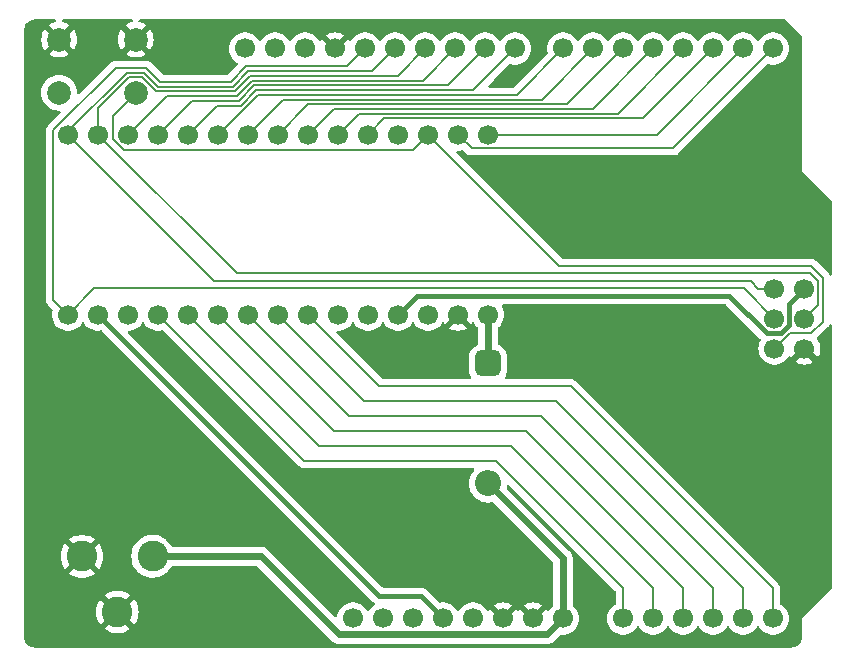
<source format=gbr>
%TF.GenerationSoftware,KiCad,Pcbnew,7.0.1*%
%TF.CreationDate,2023-12-31T00:59:43-05:00*%
%TF.ProjectId,Nano2UNO-Adapter-5V,4e616e6f-3255-44e4-9f2d-416461707465,0.0.1*%
%TF.SameCoordinates,PX6486dd0PY8062360*%
%TF.FileFunction,Copper,L2,Bot*%
%TF.FilePolarity,Positive*%
%FSLAX46Y46*%
G04 Gerber Fmt 4.6, Leading zero omitted, Abs format (unit mm)*
G04 Created by KiCad (PCBNEW 7.0.1) date 2023-12-31 00:59:43*
%MOMM*%
%LPD*%
G01*
G04 APERTURE LIST*
G04 Aperture macros list*
%AMRoundRect*
0 Rectangle with rounded corners*
0 $1 Rounding radius*
0 $2 $3 $4 $5 $6 $7 $8 $9 X,Y pos of 4 corners*
0 Add a 4 corners polygon primitive as box body*
4,1,4,$2,$3,$4,$5,$6,$7,$8,$9,$2,$3,0*
0 Add four circle primitives for the rounded corners*
1,1,$1+$1,$2,$3*
1,1,$1+$1,$4,$5*
1,1,$1+$1,$6,$7*
1,1,$1+$1,$8,$9*
0 Add four rect primitives between the rounded corners*
20,1,$1+$1,$2,$3,$4,$5,0*
20,1,$1+$1,$4,$5,$6,$7,0*
20,1,$1+$1,$6,$7,$8,$9,0*
20,1,$1+$1,$8,$9,$2,$3,0*%
G04 Aperture macros list end*
%TA.AperFunction,ComponentPad*%
%ADD10C,1.700000*%
%TD*%
%TA.AperFunction,ComponentPad*%
%ADD11RoundRect,0.550000X-0.550000X0.550000X-0.550000X-0.550000X0.550000X-0.550000X0.550000X0.550000X0*%
%TD*%
%TA.AperFunction,ComponentPad*%
%ADD12O,2.200000X2.200000*%
%TD*%
%TA.AperFunction,ComponentPad*%
%ADD13C,2.600000*%
%TD*%
%TA.AperFunction,ComponentPad*%
%ADD14C,2.000000*%
%TD*%
%TA.AperFunction,Conductor*%
%ADD15C,0.200000*%
%TD*%
%TA.AperFunction,Conductor*%
%ADD16C,0.400000*%
%TD*%
%TA.AperFunction,Conductor*%
%ADD17C,0.600000*%
%TD*%
G04 APERTURE END LIST*
D10*
%TO.P,J6,1,D13*%
%TO.N,/D13{slash}SCK*%
X3810000Y28260000D03*
%TO.P,J6,2,3.3V*%
%TO.N,+3V3*%
X6350000Y28260000D03*
%TO.P,J6,3,AREF*%
%TO.N,/AREF*%
X8890000Y28260000D03*
%TO.P,J6,4,A0*%
%TO.N,/A0*%
X11430000Y28260000D03*
%TO.P,J6,5,A1*%
%TO.N,/A1*%
X13970000Y28260000D03*
%TO.P,J6,6,A2*%
%TO.N,/A2*%
X16510000Y28260000D03*
%TO.P,J6,7,A3*%
%TO.N,/A3*%
X19050000Y28260000D03*
%TO.P,J6,8,A4*%
%TO.N,/A4{slash}SDA*%
X21590000Y28260000D03*
%TO.P,J6,9,A5*%
%TO.N,/A5{slash}SCL*%
X24130000Y28260000D03*
%TO.P,J6,10,A6*%
%TO.N,unconnected-(J6-A6-Pad10)*%
X26670000Y28260000D03*
%TO.P,J6,11,A7*%
%TO.N,unconnected-(J6-A7-Pad11)*%
X29210000Y28260000D03*
%TO.P,J6,12,5V*%
%TO.N,+5V*%
X31750000Y28260000D03*
%TO.P,J6,13,RESET*%
%TO.N,unconnected-(J6-RESET-Pad13)*%
X34290000Y28260000D03*
%TO.P,J6,14,GND*%
%TO.N,GND*%
X36830000Y28260000D03*
%TO.P,J6,15,VIN*%
%TO.N,Net-(D1-K)*%
X39370000Y28260000D03*
%TD*%
%TO.P,J5,1,TX1*%
%TO.N,/D1{slash}TX*%
X39370000Y43500000D03*
%TO.P,J5,2,RX0*%
%TO.N,/D0{slash}RX*%
X36830000Y43500000D03*
%TO.P,J5,3,RESET*%
%TO.N,/~{RESET}*%
X34290000Y43500000D03*
%TO.P,J5,4,GND*%
%TO.N,GND*%
X31750000Y43500000D03*
%TO.P,J5,5,D2*%
%TO.N,/D2*%
X29210000Y43500000D03*
%TO.P,J5,6,D3*%
%TO.N,/D3*%
X26670000Y43500000D03*
%TO.P,J5,7,D4*%
%TO.N,/D4*%
X24130000Y43500000D03*
%TO.P,J5,8,D5*%
%TO.N,/D5*%
X21590000Y43500000D03*
%TO.P,J5,9,D6*%
%TO.N,/D6*%
X19050000Y43500000D03*
%TO.P,J5,10,D7*%
%TO.N,/D7*%
X16510000Y43500000D03*
%TO.P,J5,11,D8*%
%TO.N,/D8*%
X13970000Y43500000D03*
%TO.P,J5,12,D9*%
%TO.N,/D9*%
X11430000Y43500000D03*
%TO.P,J5,13,D10*%
%TO.N,/D10*%
X8890000Y43500000D03*
%TO.P,J5,14,D11*%
%TO.N,/D11{slash}COPI*%
X6350000Y43500000D03*
%TO.P,J5,15,D12*%
%TO.N,/D12{slash}CIPO*%
X3810000Y43500000D03*
%TD*%
%TO.P,J3,1,BOOT*%
%TO.N,unconnected-(J3-BOOT-Pad1)*%
X27940000Y2540000D03*
%TO.P,J3,2,IOREF*%
%TO.N,+5V*%
X30480000Y2540000D03*
%TO.P,J3,3,RESET*%
%TO.N,/~{RESET}*%
X33020000Y2540000D03*
%TO.P,J3,4,3.3V*%
%TO.N,+3V3*%
X35560000Y2540000D03*
%TO.P,J3,5,5V*%
%TO.N,+5V*%
X38100000Y2540000D03*
%TO.P,J3,6,GND*%
%TO.N,GND*%
X40640000Y2540000D03*
%TO.P,J3,7,GND*%
X43180000Y2540000D03*
%TO.P,J3,8,VIN*%
%TO.N,/VIN*%
X45720000Y2540000D03*
%TD*%
%TO.P,J4,1,A0*%
%TO.N,/A0*%
X50800000Y2540000D03*
%TO.P,J4,2,A1*%
%TO.N,/A1*%
X53340000Y2540000D03*
%TO.P,J4,3,A2*%
%TO.N,/A2*%
X55880000Y2540000D03*
%TO.P,J4,4,A3*%
%TO.N,/A3*%
X58420000Y2540000D03*
%TO.P,J4,5,A4*%
%TO.N,/A4{slash}SDA*%
X60960000Y2540000D03*
%TO.P,J4,6,A5*%
%TO.N,/A5{slash}SCL*%
X63500000Y2540000D03*
%TD*%
%TO.P,J2,1,8*%
%TO.N,/D8*%
X41656000Y50800000D03*
%TO.P,J2,2,9*%
%TO.N,/D9*%
X39116000Y50800000D03*
%TO.P,J2,3,10*%
%TO.N,/D10*%
X36576000Y50800000D03*
%TO.P,J2,4,11*%
%TO.N,/D11{slash}COPI*%
X34036000Y50800000D03*
%TO.P,J2,5,12*%
%TO.N,/D12{slash}CIPO*%
X31496000Y50800000D03*
%TO.P,J2,6,13*%
%TO.N,/D13{slash}SCK*%
X28956000Y50800000D03*
%TO.P,J2,7,GND*%
%TO.N,GND*%
X26416000Y50800000D03*
%TO.P,J2,8,AREF*%
%TO.N,/AREF*%
X23876000Y50800000D03*
%TO.P,J2,9,SDA*%
%TO.N,/A4{slash}SDA*%
X21336000Y50800000D03*
%TO.P,J2,10,SCL*%
%TO.N,/A5{slash}SCL*%
X18796000Y50800000D03*
%TD*%
%TO.P,J1,1,RX\u21900*%
%TO.N,/D0{slash}RX*%
X63500000Y50800000D03*
%TO.P,J1,2,TX\u21921*%
%TO.N,/D1{slash}TX*%
X60960000Y50800000D03*
%TO.P,J1,3,2*%
%TO.N,/D2*%
X58420000Y50800000D03*
%TO.P,J1,4,3*%
%TO.N,/D3*%
X55880000Y50800000D03*
%TO.P,J1,5,4*%
%TO.N,/D4*%
X53340000Y50800000D03*
%TO.P,J1,6,5*%
%TO.N,/D5*%
X50800000Y50800000D03*
%TO.P,J1,7,6*%
%TO.N,/D6*%
X48260000Y50800000D03*
%TO.P,J1,8,7*%
%TO.N,/D7*%
X45720000Y50800000D03*
%TD*%
D11*
%TO.P,D1,1,K*%
%TO.N,Net-(D1-K)*%
X39370000Y24130000D03*
D12*
%TO.P,D1,2,A*%
%TO.N,/VIN*%
X39370000Y13970000D03*
%TD*%
D10*
%TO.P,J7,1,MISO*%
%TO.N,/D12{slash}CIPO*%
X63622000Y30465000D03*
%TO.P,J7,2,VCC*%
%TO.N,+5V*%
X66162000Y30465000D03*
%TO.P,J7,3,SCK*%
%TO.N,/D13{slash}SCK*%
X63622000Y27925000D03*
%TO.P,J7,4,MOSI*%
%TO.N,/D11{slash}COPI*%
X66162000Y27925000D03*
%TO.P,J7,5,~{RST}*%
%TO.N,/~{RESET}*%
X63622000Y25385000D03*
%TO.P,J7,6,GND*%
%TO.N,GND*%
X66162000Y25385000D03*
%TD*%
D13*
%TO.P,J8,1*%
%TO.N,/VIN*%
X10984000Y7802000D03*
%TO.P,J8,2*%
%TO.N,GND*%
X4984000Y7802000D03*
%TO.P,J8,3*%
X7984000Y3102000D03*
%TD*%
D14*
%TO.P,SW1,1,1*%
%TO.N,GND*%
X3050000Y51550000D03*
X9550000Y51550000D03*
%TO.P,SW1,2,2*%
%TO.N,/~{RESET}*%
X3050000Y47050000D03*
X9550000Y47050000D03*
%TD*%
D15*
%TO.N,/D1{slash}TX*%
X39370000Y43500000D02*
X53660000Y43500000D01*
X53660000Y43500000D02*
X60960000Y50800000D01*
D16*
%TO.N,+5V*%
X64134767Y26670000D02*
X62987117Y26670000D01*
X62987117Y26670000D02*
X59812117Y29845000D01*
X33335000Y29845000D02*
X31750000Y28260000D01*
X59812117Y29845000D02*
X33335000Y29845000D01*
X66162000Y30465000D02*
X64872000Y29175000D01*
X64872000Y29175000D02*
X64872000Y27407233D01*
X64872000Y27407233D02*
X64134767Y26670000D01*
D15*
%TO.N,/D0{slash}RX*%
X36830000Y43500000D02*
X37980000Y42350000D01*
X55050000Y42350000D02*
X63500000Y50800000D01*
X37980000Y42350000D02*
X55050000Y42350000D01*
%TO.N,/A0*%
X40005000Y15875000D02*
X23815000Y15875000D01*
X50800000Y2540000D02*
X50800000Y5080000D01*
X50800000Y5080000D02*
X40005000Y15875000D01*
X23815000Y15875000D02*
X11430000Y28260000D01*
%TO.N,/A1*%
X25085000Y17145000D02*
X13970000Y28260000D01*
X41275000Y17145000D02*
X25085000Y17145000D01*
X53340000Y5080000D02*
X41275000Y17145000D01*
X53340000Y2540000D02*
X53340000Y5080000D01*
%TO.N,/A2*%
X55880000Y5080000D02*
X42545000Y18415000D01*
X55880000Y2540000D02*
X55880000Y5080000D01*
X42545000Y18415000D02*
X26355000Y18415000D01*
X26355000Y18415000D02*
X16510000Y28260000D01*
%TO.N,/A3*%
X27625000Y19685000D02*
X19050000Y28260000D01*
X58420000Y2540000D02*
X58420000Y5080000D01*
X58420000Y5080000D02*
X43815000Y19685000D01*
X43815000Y19685000D02*
X27625000Y19685000D01*
%TO.N,/D2*%
X52496000Y44876000D02*
X30586000Y44876000D01*
X30586000Y44876000D02*
X29210000Y43500000D01*
X58420000Y50800000D02*
X52496000Y44876000D01*
%TO.N,/D3*%
X50356000Y45276000D02*
X28446000Y45276000D01*
X28446000Y45276000D02*
X26670000Y43500000D01*
X55880000Y50800000D02*
X50356000Y45276000D01*
%TO.N,/D4*%
X26306000Y45676000D02*
X24130000Y43500000D01*
X48216000Y45676000D02*
X26306000Y45676000D01*
X53340000Y50800000D02*
X48216000Y45676000D01*
%TO.N,/D5*%
X24166000Y46076000D02*
X21590000Y43500000D01*
X46076000Y46076000D02*
X24166000Y46076000D01*
X50800000Y50800000D02*
X46076000Y46076000D01*
%TO.N,/D6*%
X48260000Y50800000D02*
X43936000Y46476000D01*
X22026000Y46476000D02*
X19050000Y43500000D01*
X43936000Y46476000D02*
X22026000Y46476000D01*
%TO.N,/D7*%
X45720000Y50800000D02*
X41796000Y46876000D01*
X19886000Y46876000D02*
X16510000Y43500000D01*
X41796000Y46876000D02*
X19886000Y46876000D01*
%TO.N,/D8*%
X41656000Y50800000D02*
X38132000Y47276000D01*
X16437800Y45967800D02*
X13970000Y43500000D01*
X19720311Y47276000D02*
X18412111Y45967800D01*
X18412111Y45967800D02*
X16437800Y45967800D01*
X38132000Y47276000D02*
X19720311Y47276000D01*
%TO.N,/D9*%
X19554626Y47676000D02*
X18246426Y46367800D01*
X35992000Y47676000D02*
X19554626Y47676000D01*
X39116000Y50800000D02*
X35992000Y47676000D01*
X14297800Y46367800D02*
X11430000Y43500000D01*
X18246426Y46367800D02*
X14297800Y46367800D01*
%TO.N,/D10*%
X19388941Y48076000D02*
X18080741Y46767800D01*
X12157800Y46767800D02*
X8890000Y43500000D01*
X36576000Y50800000D02*
X33852000Y48076000D01*
X18080741Y46767800D02*
X12157800Y46767800D01*
X33852000Y48076000D02*
X19388941Y48076000D01*
%TO.N,/D11{slash}COPI*%
X19223256Y48476000D02*
X17915056Y47167800D01*
X11270678Y47167800D02*
X10076878Y48361600D01*
X67312000Y29075000D02*
X67312000Y31087600D01*
X66162000Y27925000D02*
X67312000Y29075000D01*
X67312000Y31087600D02*
X66649600Y31750000D01*
X17915056Y47167800D02*
X11270678Y47167800D01*
X6350000Y45770800D02*
X6350000Y43500000D01*
X66649600Y31750000D02*
X18100000Y31750000D01*
X34036000Y50800000D02*
X31712000Y48476000D01*
X31712000Y48476000D02*
X19223256Y48476000D01*
X10076878Y48361600D02*
X8940800Y48361600D01*
X8940800Y48361600D02*
X6350000Y45770800D01*
X18100000Y31750000D02*
X6350000Y43500000D01*
%TO.N,/D12{slash}CIPO*%
X29572000Y48876000D02*
X19057570Y48876000D01*
X19057570Y48876000D02*
X17749370Y47567800D01*
X61595000Y31115000D02*
X16195000Y31115000D01*
X3810000Y43796486D02*
X3810000Y43500000D01*
X10242563Y48761600D02*
X8775114Y48761600D01*
X17749370Y47567800D02*
X11436363Y47567800D01*
X16195000Y31115000D02*
X3810000Y43500000D01*
X11436363Y47567800D02*
X10242563Y48761600D01*
X62245000Y30465000D02*
X61595000Y31115000D01*
X8775114Y48761600D02*
X3810000Y43796486D01*
X63622000Y30465000D02*
X62245000Y30465000D01*
X31496000Y50800000D02*
X29572000Y48876000D01*
%TO.N,/D13{slash}SCK*%
X3810000Y28260000D02*
X6030000Y30480000D01*
X18891884Y49276000D02*
X17583684Y47967800D01*
X2540000Y43856346D02*
X2540000Y29530000D01*
X11602048Y47967800D02*
X10408248Y49161600D01*
X27432000Y49276000D02*
X18891884Y49276000D01*
X17583684Y47967800D02*
X11602048Y47967800D01*
X6030000Y30480000D02*
X61067000Y30480000D01*
X10408248Y49161600D02*
X7845254Y49161600D01*
X28956000Y50800000D02*
X27432000Y49276000D01*
X61067000Y30480000D02*
X63622000Y27925000D01*
X7845254Y49161600D02*
X2540000Y43856346D01*
X2540000Y29530000D02*
X3810000Y28260000D01*
%TO.N,/A4{slash}SDA*%
X60960000Y2540000D02*
X60960000Y5080000D01*
X60960000Y5080000D02*
X45085000Y20955000D01*
X28895000Y20955000D02*
X21590000Y28260000D01*
X45085000Y20955000D02*
X28895000Y20955000D01*
%TO.N,/A5{slash}SCL*%
X30165000Y22225000D02*
X24130000Y28260000D01*
X46355000Y22225000D02*
X30165000Y22225000D01*
X63500000Y5080000D02*
X46355000Y22225000D01*
X63500000Y2540000D02*
X63500000Y5080000D01*
D16*
%TO.N,+3V3*%
X33655000Y4445000D02*
X35560000Y2540000D01*
X30165000Y4445000D02*
X33655000Y4445000D01*
X6350000Y28260000D02*
X30165000Y4445000D01*
D15*
%TO.N,/~{RESET}*%
X45405000Y32385000D02*
X34290000Y43500000D01*
X33030200Y42240200D02*
X34290000Y43500000D01*
X7620000Y43143654D02*
X8523454Y42240200D01*
X7620000Y45120000D02*
X7620000Y43143654D01*
X8523454Y42240200D02*
X33030200Y42240200D01*
X66725800Y32385000D02*
X45405000Y32385000D01*
X67712000Y27656200D02*
X67712000Y31398800D01*
X64907000Y26670000D02*
X66725800Y26670000D01*
X67712000Y31398800D02*
X66725800Y32385000D01*
X66725800Y26670000D02*
X67712000Y27656200D01*
X63622000Y25385000D02*
X64907000Y26670000D01*
X9550000Y47050000D02*
X7620000Y45120000D01*
D17*
%TO.N,Net-(D1-K)*%
X39370000Y28260000D02*
X39370000Y24130000D01*
%TO.N,/VIN*%
X44370000Y1190000D02*
X45720000Y2540000D01*
X20138000Y7802000D02*
X26750000Y1190000D01*
X45720000Y7620000D02*
X45720000Y2540000D01*
X10984000Y7802000D02*
X20138000Y7802000D01*
X39370000Y13970000D02*
X45720000Y7620000D01*
X26750000Y1190000D02*
X44370000Y1190000D01*
%TD*%
%TA.AperFunction,Conductor*%
%TO.N,GND*%
G36*
X2773693Y53249555D02*
G01*
X2818484Y53208321D01*
X2838251Y53150740D01*
X2828231Y53090690D01*
X2790837Y53042646D01*
X2735084Y53018191D01*
X2680507Y53009084D01*
X2445393Y52928369D01*
X2226764Y52810054D01*
X2179942Y52773612D01*
X2179942Y52773610D01*
X3050000Y51903553D01*
X3050001Y51903553D01*
X3920057Y52773610D01*
X3920056Y52773612D01*
X3873235Y52810053D01*
X3654606Y52928369D01*
X3419492Y53009084D01*
X3364916Y53018191D01*
X3309163Y53042646D01*
X3271769Y53090690D01*
X3261749Y53150740D01*
X3281516Y53208321D01*
X3326307Y53249555D01*
X3385325Y53264500D01*
X9214675Y53264500D01*
X9273693Y53249555D01*
X9318484Y53208321D01*
X9338251Y53150740D01*
X9328231Y53090690D01*
X9290837Y53042646D01*
X9235084Y53018191D01*
X9180507Y53009084D01*
X8945393Y52928369D01*
X8726764Y52810054D01*
X8679942Y52773612D01*
X8679942Y52773610D01*
X9550000Y51903553D01*
X9550001Y51903553D01*
X10420057Y52773610D01*
X10420056Y52773612D01*
X10373235Y52810053D01*
X10154606Y52928369D01*
X9919492Y53009084D01*
X9864916Y53018191D01*
X9809163Y53042646D01*
X9771769Y53090690D01*
X9761749Y53150740D01*
X9781516Y53208321D01*
X9826307Y53249555D01*
X9885325Y53264500D01*
X64433365Y53264500D01*
X64480818Y53255061D01*
X64521046Y53228181D01*
X65928181Y51821046D01*
X65955061Y51780818D01*
X65964500Y51733365D01*
X65964500Y40430985D01*
X65961962Y40411713D01*
X65964028Y40388104D01*
X65964500Y40377297D01*
X65964500Y40364884D01*
X65967075Y40353267D01*
X65967182Y40352044D01*
X65971651Y40342459D01*
X65978451Y40334356D01*
X65978452Y40334355D01*
X65979500Y40333750D01*
X66005185Y40314042D01*
X68468181Y37851046D01*
X68495061Y37810818D01*
X68504500Y37763365D01*
X68504500Y31699013D01*
X68486227Y31634223D01*
X68436795Y31588528D01*
X68370771Y31575395D01*
X68307614Y31598695D01*
X68265939Y31651561D01*
X68243524Y31705675D01*
X68209513Y31749999D01*
X68209512Y31750000D01*
X68165529Y31807320D01*
X68165530Y31807318D01*
X68165528Y31807320D01*
X68145987Y31832787D01*
X68120512Y31852335D01*
X68108326Y31863023D01*
X67190025Y32781324D01*
X67179331Y32793518D01*
X67159789Y32818985D01*
X67159787Y32818986D01*
X67159787Y32818987D01*
X67134319Y32838530D01*
X67032676Y32916524D01*
X66884651Y32977838D01*
X66865256Y32980392D01*
X66852695Y32982046D01*
X66757633Y32994561D01*
X66757620Y32994561D01*
X66725800Y32998751D01*
X66693980Y32994561D01*
X66677795Y32993500D01*
X45708411Y32993500D01*
X45660958Y33002939D01*
X45620730Y33029819D01*
X36720730Y41929819D01*
X36690480Y41979182D01*
X36685938Y42036898D01*
X36708093Y42090385D01*
X36752116Y42127985D01*
X36808411Y42141500D01*
X36942569Y42141500D01*
X37164635Y42178556D01*
X37185412Y42185690D01*
X37253625Y42189220D01*
X37313360Y42156091D01*
X37515777Y41953674D01*
X37526472Y41941479D01*
X37546013Y41916012D01*
X37577925Y41891525D01*
X37577928Y41891523D01*
X37577929Y41891522D01*
X37673124Y41818476D01*
X37821149Y41757162D01*
X37980000Y41736249D01*
X38011828Y41740439D01*
X38028013Y41741500D01*
X55001995Y41741500D01*
X55018179Y41740440D01*
X55050000Y41736250D01*
X55081821Y41740440D01*
X55081833Y41740440D01*
X55089884Y41741500D01*
X55089885Y41741500D01*
X55189456Y41754609D01*
X55208851Y41757162D01*
X55356876Y41818476D01*
X55452072Y41891523D01*
X55452072Y41891524D01*
X55468366Y41904026D01*
X55468368Y41904029D01*
X55483987Y41916013D01*
X55503536Y41941491D01*
X55514216Y41953669D01*
X63016640Y49456093D01*
X63076371Y49489219D01*
X63144584Y49485691D01*
X63148051Y49484500D01*
X63165364Y49478556D01*
X63387431Y49441500D01*
X63612569Y49441500D01*
X63834635Y49478556D01*
X64047574Y49551658D01*
X64245576Y49658811D01*
X64423240Y49797094D01*
X64575722Y49962732D01*
X64698860Y50151209D01*
X64789296Y50357384D01*
X64844564Y50575632D01*
X64863156Y50800000D01*
X64844564Y51024368D01*
X64789296Y51242616D01*
X64698860Y51448791D01*
X64575722Y51637268D01*
X64423240Y51802906D01*
X64245576Y51941189D01*
X64047574Y52048342D01*
X64047573Y52048343D01*
X64047572Y52048343D01*
X63834636Y52121444D01*
X63612569Y52158500D01*
X63387431Y52158500D01*
X63165363Y52121444D01*
X62952427Y52048343D01*
X62754424Y51941189D01*
X62576760Y51802906D01*
X62424279Y51637270D01*
X62333809Y51498795D01*
X62289017Y51457562D01*
X62230000Y51442617D01*
X62170983Y51457562D01*
X62126191Y51498795D01*
X62106043Y51529633D01*
X62035722Y51637268D01*
X61883240Y51802906D01*
X61705576Y51941189D01*
X61507574Y52048342D01*
X61507573Y52048343D01*
X61507572Y52048343D01*
X61294636Y52121444D01*
X61072569Y52158500D01*
X60847431Y52158500D01*
X60625363Y52121444D01*
X60412427Y52048343D01*
X60214424Y51941189D01*
X60036760Y51802906D01*
X59884279Y51637270D01*
X59793809Y51498795D01*
X59749017Y51457562D01*
X59690000Y51442617D01*
X59630983Y51457562D01*
X59586191Y51498795D01*
X59566043Y51529633D01*
X59495722Y51637268D01*
X59343240Y51802906D01*
X59165576Y51941189D01*
X58967574Y52048342D01*
X58967573Y52048343D01*
X58967572Y52048343D01*
X58754636Y52121444D01*
X58532569Y52158500D01*
X58307431Y52158500D01*
X58085363Y52121444D01*
X57872427Y52048343D01*
X57674424Y51941189D01*
X57496760Y51802906D01*
X57344279Y51637270D01*
X57253809Y51498795D01*
X57209017Y51457562D01*
X57150000Y51442617D01*
X57090983Y51457562D01*
X57046191Y51498795D01*
X57026043Y51529633D01*
X56955722Y51637268D01*
X56803240Y51802906D01*
X56625576Y51941189D01*
X56427574Y52048342D01*
X56427573Y52048343D01*
X56427572Y52048343D01*
X56214636Y52121444D01*
X55992569Y52158500D01*
X55767431Y52158500D01*
X55545363Y52121444D01*
X55332427Y52048343D01*
X55134424Y51941189D01*
X54956760Y51802906D01*
X54804279Y51637270D01*
X54713809Y51498795D01*
X54669017Y51457562D01*
X54610000Y51442617D01*
X54550983Y51457562D01*
X54506191Y51498795D01*
X54486043Y51529633D01*
X54415722Y51637268D01*
X54263240Y51802906D01*
X54085576Y51941189D01*
X53887574Y52048342D01*
X53887573Y52048343D01*
X53887572Y52048343D01*
X53674636Y52121444D01*
X53452569Y52158500D01*
X53227431Y52158500D01*
X53005363Y52121444D01*
X52792427Y52048343D01*
X52594424Y51941189D01*
X52416760Y51802906D01*
X52264279Y51637270D01*
X52173809Y51498795D01*
X52129017Y51457562D01*
X52070000Y51442617D01*
X52010983Y51457562D01*
X51966191Y51498795D01*
X51946043Y51529633D01*
X51875722Y51637268D01*
X51723240Y51802906D01*
X51545576Y51941189D01*
X51347574Y52048342D01*
X51347573Y52048343D01*
X51347572Y52048343D01*
X51134636Y52121444D01*
X50912569Y52158500D01*
X50687431Y52158500D01*
X50465363Y52121444D01*
X50252427Y52048343D01*
X50054424Y51941189D01*
X49876760Y51802906D01*
X49724279Y51637270D01*
X49633809Y51498795D01*
X49589017Y51457562D01*
X49530000Y51442617D01*
X49470983Y51457562D01*
X49426191Y51498795D01*
X49406043Y51529633D01*
X49335722Y51637268D01*
X49183240Y51802906D01*
X49005576Y51941189D01*
X48807574Y52048342D01*
X48807573Y52048343D01*
X48807572Y52048343D01*
X48594636Y52121444D01*
X48372569Y52158500D01*
X48147431Y52158500D01*
X47925363Y52121444D01*
X47712427Y52048343D01*
X47514424Y51941189D01*
X47336760Y51802906D01*
X47184279Y51637270D01*
X47093809Y51498795D01*
X47049017Y51457562D01*
X46990000Y51442617D01*
X46930983Y51457562D01*
X46886191Y51498795D01*
X46866043Y51529633D01*
X46795722Y51637268D01*
X46643240Y51802906D01*
X46465576Y51941189D01*
X46267574Y52048342D01*
X46267573Y52048343D01*
X46267572Y52048343D01*
X46054636Y52121444D01*
X45832569Y52158500D01*
X45607431Y52158500D01*
X45385363Y52121444D01*
X45172427Y52048343D01*
X44974424Y51941189D01*
X44796760Y51802906D01*
X44644279Y51637270D01*
X44521138Y51448789D01*
X44450000Y51286607D01*
X44430704Y51242616D01*
X44408150Y51153553D01*
X44375435Y51024364D01*
X44356843Y50800001D01*
X44375435Y50575637D01*
X44410605Y50436752D01*
X44409950Y50373394D01*
X44378080Y50318631D01*
X41580270Y47520819D01*
X41540042Y47493939D01*
X41492589Y47484500D01*
X39500411Y47484500D01*
X39444116Y47498015D01*
X39400093Y47535615D01*
X39377938Y47589102D01*
X39382480Y47646818D01*
X39412730Y47696181D01*
X39836518Y48119969D01*
X41172640Y49456093D01*
X41232371Y49489219D01*
X41300584Y49485691D01*
X41304051Y49484500D01*
X41321364Y49478556D01*
X41543431Y49441500D01*
X41768569Y49441500D01*
X41990635Y49478556D01*
X42203574Y49551658D01*
X42401576Y49658811D01*
X42579240Y49797094D01*
X42731722Y49962732D01*
X42854860Y50151209D01*
X42945296Y50357384D01*
X43000564Y50575632D01*
X43019156Y50800000D01*
X43000564Y51024368D01*
X42945296Y51242616D01*
X42854860Y51448791D01*
X42731722Y51637268D01*
X42579240Y51802906D01*
X42401576Y51941189D01*
X42203574Y52048342D01*
X42203573Y52048343D01*
X42203572Y52048343D01*
X41990636Y52121444D01*
X41768569Y52158500D01*
X41543431Y52158500D01*
X41321363Y52121444D01*
X41108427Y52048343D01*
X40910424Y51941189D01*
X40732760Y51802906D01*
X40580279Y51637270D01*
X40489809Y51498795D01*
X40445017Y51457562D01*
X40386000Y51442617D01*
X40326983Y51457562D01*
X40282191Y51498795D01*
X40262043Y51529633D01*
X40191722Y51637268D01*
X40039240Y51802906D01*
X39861576Y51941189D01*
X39663574Y52048342D01*
X39663573Y52048343D01*
X39663572Y52048343D01*
X39450636Y52121444D01*
X39228569Y52158500D01*
X39003431Y52158500D01*
X38781363Y52121444D01*
X38568427Y52048343D01*
X38370424Y51941189D01*
X38192760Y51802906D01*
X38040279Y51637270D01*
X37949809Y51498795D01*
X37905017Y51457562D01*
X37846000Y51442617D01*
X37786983Y51457562D01*
X37742191Y51498795D01*
X37722043Y51529633D01*
X37651722Y51637268D01*
X37499240Y51802906D01*
X37321576Y51941189D01*
X37123574Y52048342D01*
X37123573Y52048343D01*
X37123572Y52048343D01*
X36910636Y52121444D01*
X36688569Y52158500D01*
X36463431Y52158500D01*
X36241363Y52121444D01*
X36028427Y52048343D01*
X35830424Y51941189D01*
X35652760Y51802906D01*
X35500279Y51637270D01*
X35409809Y51498795D01*
X35365017Y51457562D01*
X35306000Y51442617D01*
X35246983Y51457562D01*
X35202191Y51498795D01*
X35182043Y51529633D01*
X35111722Y51637268D01*
X34959240Y51802906D01*
X34781576Y51941189D01*
X34583574Y52048342D01*
X34583573Y52048343D01*
X34583572Y52048343D01*
X34370636Y52121444D01*
X34148569Y52158500D01*
X33923431Y52158500D01*
X33701363Y52121444D01*
X33488427Y52048343D01*
X33290424Y51941189D01*
X33112760Y51802906D01*
X32960279Y51637270D01*
X32869809Y51498795D01*
X32825017Y51457562D01*
X32766000Y51442617D01*
X32706983Y51457562D01*
X32662191Y51498795D01*
X32642043Y51529633D01*
X32571722Y51637268D01*
X32419240Y51802906D01*
X32241576Y51941189D01*
X32043574Y52048342D01*
X32043573Y52048343D01*
X32043572Y52048343D01*
X31830636Y52121444D01*
X31608569Y52158500D01*
X31383431Y52158500D01*
X31161363Y52121444D01*
X30948427Y52048343D01*
X30750424Y51941189D01*
X30572760Y51802906D01*
X30420279Y51637270D01*
X30329809Y51498795D01*
X30285017Y51457562D01*
X30226000Y51442617D01*
X30166983Y51457562D01*
X30122191Y51498795D01*
X30102043Y51529633D01*
X30031722Y51637268D01*
X29879240Y51802906D01*
X29701576Y51941189D01*
X29503574Y52048342D01*
X29503573Y52048343D01*
X29503572Y52048343D01*
X29290636Y52121444D01*
X29068569Y52158500D01*
X28843431Y52158500D01*
X28621363Y52121444D01*
X28408427Y52048343D01*
X28210424Y51941189D01*
X28032760Y51802906D01*
X27880275Y51637266D01*
X27786250Y51493351D01*
X27742333Y51452596D01*
X27684435Y51437189D01*
X27626070Y51450727D01*
X27580867Y51490050D01*
X27530925Y51561374D01*
X27530925Y51561375D01*
X26503680Y50534129D01*
X26448093Y50502035D01*
X26383905Y50502035D01*
X26328318Y50534129D01*
X25301073Y51561374D01*
X25251133Y51490050D01*
X25205929Y51450727D01*
X25147565Y51437188D01*
X25089665Y51452595D01*
X25045748Y51493351D01*
X24951723Y51637268D01*
X24875480Y51720088D01*
X24799240Y51802906D01*
X24655316Y51914928D01*
X25654625Y51914928D01*
X26416000Y51153553D01*
X26416001Y51153553D01*
X27177373Y51914927D01*
X27177373Y51914928D01*
X27093580Y51973600D01*
X26879492Y52073431D01*
X26651318Y52134570D01*
X26415999Y52155158D01*
X26180681Y52134570D01*
X25952507Y52073431D01*
X25738422Y51973601D01*
X25654625Y51914928D01*
X24655316Y51914928D01*
X24621576Y51941189D01*
X24423574Y52048342D01*
X24423573Y52048343D01*
X24423572Y52048343D01*
X24210636Y52121444D01*
X23988569Y52158500D01*
X23763431Y52158500D01*
X23541363Y52121444D01*
X23328427Y52048343D01*
X23130424Y51941189D01*
X22952760Y51802906D01*
X22800279Y51637270D01*
X22709809Y51498795D01*
X22665017Y51457562D01*
X22606000Y51442617D01*
X22546983Y51457562D01*
X22502191Y51498795D01*
X22482043Y51529633D01*
X22411722Y51637268D01*
X22259240Y51802906D01*
X22081576Y51941189D01*
X21883574Y52048342D01*
X21883573Y52048343D01*
X21883572Y52048343D01*
X21670636Y52121444D01*
X21448569Y52158500D01*
X21223431Y52158500D01*
X21001363Y52121444D01*
X20788427Y52048343D01*
X20590424Y51941189D01*
X20412760Y51802906D01*
X20260279Y51637270D01*
X20169809Y51498795D01*
X20125017Y51457562D01*
X20066000Y51442617D01*
X20006983Y51457562D01*
X19962191Y51498795D01*
X19942043Y51529633D01*
X19871722Y51637268D01*
X19719240Y51802906D01*
X19541576Y51941189D01*
X19343574Y52048342D01*
X19343573Y52048343D01*
X19343572Y52048343D01*
X19130636Y52121444D01*
X18908569Y52158500D01*
X18683431Y52158500D01*
X18461363Y52121444D01*
X18248427Y52048343D01*
X18050424Y51941189D01*
X17872760Y51802906D01*
X17720279Y51637270D01*
X17597138Y51448789D01*
X17526000Y51286607D01*
X17506704Y51242616D01*
X17484150Y51153553D01*
X17451435Y51024364D01*
X17432843Y50800000D01*
X17451435Y50575637D01*
X17451435Y50575634D01*
X17451436Y50575632D01*
X17503901Y50368451D01*
X17506705Y50357382D01*
X17597138Y50151212D01*
X17597140Y50151209D01*
X17720278Y49962732D01*
X17872760Y49797094D01*
X18050424Y49658811D01*
X18140176Y49610240D01*
X18182813Y49572193D01*
X18203861Y49519064D01*
X18198848Y49462137D01*
X18168838Y49413505D01*
X17367954Y48612619D01*
X17327726Y48585739D01*
X17280273Y48576300D01*
X11905459Y48576300D01*
X11858006Y48585739D01*
X11817778Y48612619D01*
X10872473Y49557924D01*
X10861779Y49570118D01*
X10842237Y49595585D01*
X10842235Y49595586D01*
X10842235Y49595587D01*
X10816767Y49615130D01*
X10715124Y49693124D01*
X10567099Y49754438D01*
X10547704Y49756992D01*
X10535143Y49758646D01*
X10440081Y49771161D01*
X10440068Y49771161D01*
X10408248Y49775351D01*
X10376428Y49771161D01*
X10360243Y49770100D01*
X7893259Y49770100D01*
X7877074Y49771161D01*
X7845254Y49775351D01*
X7813434Y49771161D01*
X7813420Y49771161D01*
X7716950Y49758461D01*
X7705797Y49756992D01*
X7705786Y49756992D01*
X7686403Y49754439D01*
X7538378Y49693125D01*
X7443181Y49620077D01*
X7411265Y49595586D01*
X7391720Y49570116D01*
X7381029Y49557926D01*
X4774358Y46951255D01*
X4723137Y46920418D01*
X4663441Y46917133D01*
X4609146Y46942164D01*
X4572875Y46989692D01*
X4564449Y47040312D01*
X4563930Y47040271D01*
X4563457Y47046273D01*
X4563059Y47048664D01*
X4563165Y47050000D01*
X4544535Y47286711D01*
X4489105Y47517594D01*
X4398240Y47736963D01*
X4274176Y47939416D01*
X4119969Y48119969D01*
X3939416Y48274176D01*
X3736963Y48398240D01*
X3619685Y48446818D01*
X3517593Y48489106D01*
X3286712Y48544535D01*
X3050000Y48563165D01*
X2813287Y48544535D01*
X2582406Y48489106D01*
X2363035Y48398239D01*
X2160585Y48274177D01*
X1980031Y48119969D01*
X1825823Y47939415D01*
X1701761Y47736965D01*
X1610894Y47517594D01*
X1555465Y47286713D01*
X1555465Y47286711D01*
X1536835Y47050000D01*
X1537601Y47040271D01*
X1555465Y46813288D01*
X1610894Y46582407D01*
X1643395Y46503944D01*
X1701760Y46363037D01*
X1825824Y46160584D01*
X1980031Y45980031D01*
X2160584Y45825824D01*
X2363037Y45701760D01*
X2582406Y45610895D01*
X2813289Y45555465D01*
X3050000Y45536835D01*
X3051336Y45536941D01*
X3053727Y45536543D01*
X3059729Y45536070D01*
X3059688Y45535551D01*
X3110308Y45527125D01*
X3157836Y45490854D01*
X3182867Y45436559D01*
X3179582Y45376863D01*
X3148745Y45325642D01*
X2143671Y44320568D01*
X2131478Y44309875D01*
X2106014Y44290336D01*
X2081522Y44258417D01*
X2081523Y44258419D01*
X2008475Y44163223D01*
X1966964Y44063005D01*
X1947162Y44015198D01*
X1930439Y43888172D01*
X1930439Y43888166D01*
X1926249Y43856346D01*
X1930439Y43824526D01*
X1931500Y43808341D01*
X1931500Y29578005D01*
X1930439Y29561820D01*
X1926249Y29530000D01*
X1930439Y29498180D01*
X1930439Y29498173D01*
X1943207Y29401189D01*
X1947162Y29371150D01*
X2008476Y29223124D01*
X2082188Y29127061D01*
X2105050Y29097268D01*
X2106014Y29096012D01*
X2131478Y29076473D01*
X2143673Y29065778D01*
X2468080Y28741371D01*
X2499950Y28686608D01*
X2500605Y28623250D01*
X2465435Y28484365D01*
X2446843Y28260001D01*
X2465435Y28035637D01*
X2465435Y28035634D01*
X2465436Y28035632D01*
X2498150Y27906447D01*
X2520705Y27817382D01*
X2611138Y27611212D01*
X2611140Y27611209D01*
X2734278Y27422732D01*
X2886760Y27257094D01*
X3064424Y27118811D01*
X3262426Y27011658D01*
X3475365Y26938556D01*
X3697431Y26901500D01*
X3922569Y26901500D01*
X4144635Y26938556D01*
X4357574Y27011658D01*
X4555576Y27118811D01*
X4733240Y27257094D01*
X4885722Y27422732D01*
X4976192Y27561207D01*
X5020981Y27602438D01*
X5079998Y27617384D01*
X5139016Y27602439D01*
X5183807Y27561206D01*
X5274275Y27422735D01*
X5274277Y27422733D01*
X5274278Y27422732D01*
X5426760Y27257094D01*
X5604424Y27118811D01*
X5802426Y27011658D01*
X6015365Y26938556D01*
X6237431Y26901500D01*
X6462567Y26901500D01*
X6462569Y26901500D01*
X6608687Y26925883D01*
X6666924Y26921662D01*
X6716775Y26891255D01*
X29646223Y3961807D01*
X29651357Y3956353D01*
X29691727Y3910785D01*
X29731543Y3883302D01*
X29770062Y3840443D01*
X29785050Y3784801D01*
X29773270Y3728393D01*
X29737264Y3683400D01*
X29556760Y3542907D01*
X29404279Y3377270D01*
X29313809Y3238795D01*
X29269017Y3197562D01*
X29210000Y3182617D01*
X29150983Y3197562D01*
X29106191Y3238795D01*
X29015723Y3377266D01*
X29015722Y3377268D01*
X28863240Y3542906D01*
X28685576Y3681189D01*
X28487574Y3788342D01*
X28487573Y3788343D01*
X28487572Y3788343D01*
X28274636Y3861444D01*
X28052569Y3898500D01*
X27827431Y3898500D01*
X27605363Y3861444D01*
X27392427Y3788343D01*
X27194424Y3681189D01*
X27016760Y3542906D01*
X26864279Y3377270D01*
X26741138Y3188789D01*
X26670000Y3026607D01*
X26650704Y2982616D01*
X26595436Y2764368D01*
X26593156Y2755364D01*
X26561533Y2699033D01*
X26505868Y2666253D01*
X26441269Y2665919D01*
X26385269Y2698123D01*
X20677588Y8405804D01*
X20645282Y8438111D01*
X20612490Y8458715D01*
X20601149Y8466762D01*
X20570869Y8490910D01*
X20535975Y8507714D01*
X20523806Y8514440D01*
X20491016Y8535043D01*
X20454457Y8547836D01*
X20441612Y8553157D01*
X20406719Y8569961D01*
X20368957Y8578580D01*
X20355603Y8582426D01*
X20319047Y8595217D01*
X20319045Y8595218D01*
X20319043Y8595218D01*
X20280561Y8599554D01*
X20266855Y8601883D01*
X20229099Y8610500D01*
X20229097Y8610500D01*
X20183406Y8610500D01*
X12677079Y8610500D01*
X12615079Y8627113D01*
X12569692Y8672500D01*
X12482443Y8823621D01*
X12313442Y9035542D01*
X12313438Y9035546D01*
X12114749Y9219903D01*
X12096859Y9232100D01*
X11890786Y9372599D01*
X11646572Y9490206D01*
X11566676Y9514851D01*
X11387557Y9570102D01*
X11119529Y9610500D01*
X11119528Y9610500D01*
X10848472Y9610500D01*
X10848471Y9610500D01*
X10580442Y9570102D01*
X10321428Y9490206D01*
X10077217Y9372601D01*
X9853255Y9219906D01*
X9654558Y9035542D01*
X9485556Y8823620D01*
X9350028Y8588878D01*
X9251001Y8336562D01*
X9190684Y8072298D01*
X9170428Y7802000D01*
X9190684Y7531703D01*
X9251001Y7267439D01*
X9264225Y7233746D01*
X9350029Y7015121D01*
X9485557Y6780379D01*
X9654558Y6568458D01*
X9853257Y6384093D01*
X10077215Y6231401D01*
X10321428Y6113794D01*
X10553502Y6042209D01*
X10580442Y6033899D01*
X10848471Y5993500D01*
X10848472Y5993500D01*
X11119528Y5993500D01*
X11119529Y5993500D01*
X11253542Y6013700D01*
X11387558Y6033899D01*
X11646572Y6113794D01*
X11890786Y6231401D01*
X12114743Y6384093D01*
X12114746Y6384097D01*
X12114749Y6384098D01*
X12202883Y6465876D01*
X12313442Y6568458D01*
X12482443Y6780379D01*
X12569692Y6931501D01*
X12615079Y6976887D01*
X12677079Y6993500D01*
X19751746Y6993500D01*
X19799199Y6984061D01*
X19839427Y6957181D01*
X26113888Y682720D01*
X26113889Y682719D01*
X26242719Y553889D01*
X26275517Y533281D01*
X26286838Y525248D01*
X26317130Y501091D01*
X26336146Y491934D01*
X26352028Y484285D01*
X26364198Y477559D01*
X26396985Y456957D01*
X26433533Y444169D01*
X26446381Y438847D01*
X26479944Y422685D01*
X26481280Y422041D01*
X26519036Y413424D01*
X26532384Y409579D01*
X26568953Y396783D01*
X26583209Y395177D01*
X26607437Y392447D01*
X26621146Y390119D01*
X26658903Y381500D01*
X26704594Y381500D01*
X26841097Y381500D01*
X44278903Y381500D01*
X44415406Y381500D01*
X44461097Y381500D01*
X44498859Y390120D01*
X44512548Y392447D01*
X44551047Y396783D01*
X44587624Y409583D01*
X44600942Y413419D01*
X44638720Y422041D01*
X44673615Y438847D01*
X44686449Y444164D01*
X44723015Y456957D01*
X44755817Y477570D01*
X44767961Y484281D01*
X44802870Y501091D01*
X44833153Y525243D01*
X44844478Y533279D01*
X44877281Y553889D01*
X45006111Y682719D01*
X45006111Y682720D01*
X45474423Y1151033D01*
X45524273Y1181439D01*
X45582509Y1185659D01*
X45607431Y1181500D01*
X45832569Y1181500D01*
X46054635Y1218556D01*
X46267574Y1291658D01*
X46465576Y1398811D01*
X46643240Y1537094D01*
X46795722Y1702732D01*
X46918860Y1891209D01*
X47009296Y2097384D01*
X47064564Y2315632D01*
X47083156Y2540000D01*
X47064564Y2764368D01*
X47009296Y2982616D01*
X46918860Y3188791D01*
X46795722Y3377268D01*
X46643240Y3542906D01*
X46576336Y3594981D01*
X46541099Y3638372D01*
X46528500Y3692832D01*
X46528500Y7711096D01*
X46519882Y7748852D01*
X46517553Y7762563D01*
X46513217Y7801044D01*
X46513217Y7801047D01*
X46500421Y7837616D01*
X46496575Y7850969D01*
X46487959Y7888720D01*
X46487315Y7890056D01*
X46471153Y7923619D01*
X46465831Y7936467D01*
X46453043Y7973015D01*
X46432441Y8005802D01*
X46425715Y8017972D01*
X46408909Y8052869D01*
X46408909Y8052870D01*
X46384752Y8083162D01*
X46376719Y8094483D01*
X46356111Y8127281D01*
X46227281Y8256111D01*
X40974416Y13508977D01*
X40942752Y13562999D01*
X40941523Y13625605D01*
X40963609Y13717597D01*
X40967183Y13763019D01*
X40991933Y13828129D01*
X41047882Y13869624D01*
X41117375Y13874407D01*
X41178482Y13840969D01*
X50155181Y4864270D01*
X50182061Y4824042D01*
X50191500Y4776589D01*
X50191500Y3829259D01*
X50174023Y3765786D01*
X50126518Y3720205D01*
X50054426Y3681191D01*
X49876760Y3542906D01*
X49724279Y3377270D01*
X49601138Y3188789D01*
X49530000Y3026607D01*
X49510704Y2982616D01*
X49455436Y2764368D01*
X49455435Y2764364D01*
X49436843Y2540000D01*
X49455435Y2315637D01*
X49455435Y2315634D01*
X49455436Y2315632D01*
X49474073Y2242035D01*
X49510705Y2097382D01*
X49601138Y1891212D01*
X49601140Y1891209D01*
X49724278Y1702732D01*
X49876760Y1537094D01*
X50054424Y1398811D01*
X50252426Y1291658D01*
X50465365Y1218556D01*
X50687431Y1181500D01*
X50912569Y1181500D01*
X51134635Y1218556D01*
X51347574Y1291658D01*
X51545576Y1398811D01*
X51723240Y1537094D01*
X51875722Y1702732D01*
X51966190Y1841205D01*
X52010982Y1882439D01*
X52070000Y1897384D01*
X52129018Y1882439D01*
X52173809Y1841205D01*
X52264278Y1702732D01*
X52416760Y1537094D01*
X52594424Y1398811D01*
X52792426Y1291658D01*
X53005365Y1218556D01*
X53227431Y1181500D01*
X53452569Y1181500D01*
X53674635Y1218556D01*
X53887574Y1291658D01*
X54085576Y1398811D01*
X54263240Y1537094D01*
X54415722Y1702732D01*
X54506190Y1841205D01*
X54550982Y1882439D01*
X54610000Y1897384D01*
X54669018Y1882439D01*
X54713809Y1841205D01*
X54804278Y1702732D01*
X54956760Y1537094D01*
X55134424Y1398811D01*
X55332426Y1291658D01*
X55545365Y1218556D01*
X55767431Y1181500D01*
X55992569Y1181500D01*
X56214635Y1218556D01*
X56427574Y1291658D01*
X56625576Y1398811D01*
X56803240Y1537094D01*
X56955722Y1702732D01*
X57046190Y1841205D01*
X57090982Y1882439D01*
X57150000Y1897384D01*
X57209018Y1882439D01*
X57253809Y1841205D01*
X57344278Y1702732D01*
X57496760Y1537094D01*
X57674424Y1398811D01*
X57872426Y1291658D01*
X58085365Y1218556D01*
X58307431Y1181500D01*
X58532569Y1181500D01*
X58754635Y1218556D01*
X58967574Y1291658D01*
X59165576Y1398811D01*
X59343240Y1537094D01*
X59495722Y1702732D01*
X59586190Y1841205D01*
X59630982Y1882439D01*
X59690000Y1897384D01*
X59749018Y1882439D01*
X59793809Y1841205D01*
X59884278Y1702732D01*
X60036760Y1537094D01*
X60214424Y1398811D01*
X60412426Y1291658D01*
X60625365Y1218556D01*
X60847431Y1181500D01*
X61072569Y1181500D01*
X61294635Y1218556D01*
X61507574Y1291658D01*
X61705576Y1398811D01*
X61883240Y1537094D01*
X62035722Y1702732D01*
X62126190Y1841205D01*
X62170982Y1882439D01*
X62230000Y1897384D01*
X62289018Y1882439D01*
X62333809Y1841205D01*
X62424278Y1702732D01*
X62576760Y1537094D01*
X62754424Y1398811D01*
X62952426Y1291658D01*
X63165365Y1218556D01*
X63387431Y1181500D01*
X63612569Y1181500D01*
X63834635Y1218556D01*
X64047574Y1291658D01*
X64245576Y1398811D01*
X64423240Y1537094D01*
X64575722Y1702732D01*
X64698860Y1891209D01*
X64789296Y2097384D01*
X64844564Y2315632D01*
X64863156Y2540000D01*
X64844564Y2764368D01*
X64789296Y2982616D01*
X64698860Y3188791D01*
X64575722Y3377268D01*
X64423240Y3542906D01*
X64245576Y3681189D01*
X64245574Y3681190D01*
X64245573Y3681191D01*
X64173482Y3720205D01*
X64125977Y3765786D01*
X64108500Y3829259D01*
X64108500Y5031988D01*
X64109561Y5048174D01*
X64113751Y5080000D01*
X64112443Y5089936D01*
X64092838Y5238850D01*
X64031524Y5386876D01*
X63958478Y5482071D01*
X63958474Y5482075D01*
X63933987Y5513987D01*
X63908512Y5533535D01*
X63896326Y5544223D01*
X46819225Y22621324D01*
X46808531Y22633518D01*
X46788989Y22658985D01*
X46788987Y22658986D01*
X46788987Y22658987D01*
X46763519Y22678530D01*
X46661876Y22756524D01*
X46513851Y22817838D01*
X46494456Y22820392D01*
X46481895Y22822046D01*
X46386833Y22834561D01*
X46386820Y22834561D01*
X46355000Y22838751D01*
X46323180Y22834561D01*
X46306995Y22833500D01*
X40928090Y22833500D01*
X40866971Y22849609D01*
X40821732Y22893751D01*
X40804127Y22954457D01*
X40818732Y23015953D01*
X40850127Y23074691D01*
X40902659Y23172969D01*
X40963185Y23372498D01*
X40978500Y23527995D01*
X40978499Y24732004D01*
X40963185Y24887502D01*
X40902659Y25087031D01*
X40804369Y25270917D01*
X40672094Y25432094D01*
X40510917Y25564369D01*
X40349083Y25650872D01*
X40327030Y25662660D01*
X40266504Y25681020D01*
X40220741Y25706452D01*
X40189553Y25748505D01*
X40178500Y25799680D01*
X40178500Y27107168D01*
X40191099Y27161628D01*
X40226336Y27205020D01*
X40293240Y27257094D01*
X40445722Y27422732D01*
X40568860Y27611209D01*
X40659296Y27817384D01*
X40714564Y28035632D01*
X40733156Y28260000D01*
X40714564Y28484368D01*
X40659296Y28702616D01*
X40604191Y28828243D01*
X40568860Y28908792D01*
X40545414Y28944679D01*
X40525329Y29007376D01*
X40540168Y29071518D01*
X40585749Y29119023D01*
X40649223Y29136500D01*
X59467285Y29136500D01*
X59514738Y29127061D01*
X59554966Y29100181D01*
X62430263Y26224884D01*
X62459863Y26177467D01*
X62465630Y26121867D01*
X62446393Y26069384D01*
X62423138Y26033789D01*
X62332705Y25827619D01*
X62277435Y25609364D01*
X62258843Y25385000D01*
X62277435Y25160637D01*
X62277435Y25160634D01*
X62277436Y25160632D01*
X62310150Y25031447D01*
X62332705Y24942382D01*
X62423138Y24736212D01*
X62423140Y24736209D01*
X62546278Y24547732D01*
X62698760Y24382094D01*
X62876424Y24243811D01*
X63074426Y24136658D01*
X63287365Y24063556D01*
X63509431Y24026500D01*
X63734569Y24026500D01*
X63956635Y24063556D01*
X64169574Y24136658D01*
X64367576Y24243811D01*
X64401320Y24270075D01*
X65400625Y24270075D01*
X65484420Y24211401D01*
X65698507Y24111570D01*
X65926681Y24050431D01*
X66162000Y24029843D01*
X66397318Y24050431D01*
X66625492Y24111570D01*
X66839576Y24211400D01*
X66923373Y24270075D01*
X66162000Y25031447D01*
X65400625Y24270075D01*
X64401320Y24270075D01*
X64545240Y24382094D01*
X64697722Y24547732D01*
X64791748Y24691651D01*
X64835664Y24732405D01*
X64893563Y24747812D01*
X64951927Y24734274D01*
X64997131Y24694951D01*
X65047072Y24623627D01*
X65047073Y24623627D01*
X66074318Y25650872D01*
X66129905Y25682966D01*
X66194093Y25682966D01*
X66249680Y25650872D01*
X67276925Y24623627D01*
X67335600Y24707424D01*
X67435430Y24921508D01*
X67496569Y25149682D01*
X67517157Y25385000D01*
X67496569Y25620319D01*
X67435430Y25848493D01*
X67335600Y26062576D01*
X67248387Y26187129D01*
X67227271Y26240281D01*
X67232256Y26297256D01*
X67262277Y26345929D01*
X68108332Y27191985D01*
X68120510Y27202665D01*
X68145987Y27222213D01*
X68157969Y27237830D01*
X68157973Y27237833D01*
X68170475Y27254128D01*
X68170477Y27254128D01*
X68223906Y27323759D01*
X68243524Y27349325D01*
X68265940Y27403443D01*
X68307614Y27456306D01*
X68370771Y27479606D01*
X68436795Y27466473D01*
X68486227Y27420778D01*
X68504500Y27355988D01*
X68504500Y5162636D01*
X68495061Y5115183D01*
X68468181Y5074955D01*
X66018418Y2625194D01*
X66003001Y2613364D01*
X65987760Y2595201D01*
X65980463Y2587238D01*
X65971683Y2578458D01*
X65965290Y2568423D01*
X65964501Y2567484D01*
X65960880Y2557536D01*
X65959959Y2547004D01*
X65960275Y2545826D01*
X65964500Y2513732D01*
X65964500Y1005412D01*
X65964028Y994604D01*
X65951400Y850272D01*
X65947647Y828987D01*
X65911553Y694281D01*
X65904160Y673969D01*
X65845224Y547582D01*
X65834417Y528864D01*
X65754430Y414630D01*
X65740536Y398072D01*
X65641928Y299464D01*
X65625370Y285570D01*
X65511136Y205583D01*
X65492418Y194776D01*
X65366031Y135840D01*
X65345719Y128447D01*
X65211013Y92353D01*
X65189728Y88600D01*
X65059599Y77215D01*
X65045394Y75972D01*
X65034588Y75500D01*
X1005412Y75500D01*
X994605Y75972D01*
X978693Y77365D01*
X850271Y88600D01*
X828986Y92353D01*
X694280Y128447D01*
X673968Y135840D01*
X547581Y194776D01*
X528863Y205583D01*
X414629Y285570D01*
X398071Y299464D01*
X299463Y398072D01*
X285569Y414630D01*
X205582Y528864D01*
X194775Y547582D01*
X191834Y553889D01*
X135838Y673972D01*
X128446Y694281D01*
X92352Y828987D01*
X88599Y850273D01*
X75972Y994605D01*
X75500Y1005412D01*
X75500Y1663298D01*
X6898848Y1663298D01*
X7081479Y1538783D01*
X7324542Y1421730D01*
X7582339Y1342209D01*
X7849109Y1302000D01*
X8118891Y1302000D01*
X8385660Y1342209D01*
X8643460Y1421730D01*
X8886523Y1538783D01*
X9069150Y1663298D01*
X7984000Y2748447D01*
X6898848Y1663298D01*
X75500Y1663298D01*
X75500Y3102000D01*
X6178952Y3102000D01*
X6199113Y2832974D01*
X6259146Y2569951D01*
X6357708Y2318822D01*
X6492598Y2085184D01*
X6546295Y2017850D01*
X7630447Y3101999D01*
X7630447Y3102000D01*
X8337553Y3102000D01*
X9421703Y2017849D01*
X9421704Y2017850D01*
X9475400Y2085182D01*
X9610291Y2318822D01*
X9708853Y2569951D01*
X9768886Y2832974D01*
X9789047Y3102000D01*
X9768886Y3371027D01*
X9708853Y3634050D01*
X9610291Y3885179D01*
X9475398Y4118822D01*
X9421704Y4186153D01*
X8337553Y3102000D01*
X7630447Y3102000D01*
X6546295Y4186152D01*
X6492598Y4118818D01*
X6357708Y3885179D01*
X6259146Y3634050D01*
X6199113Y3371027D01*
X6178952Y3102000D01*
X75500Y3102000D01*
X75500Y4540704D01*
X6898848Y4540704D01*
X7984000Y3455553D01*
X7984001Y3455553D01*
X9069150Y4540704D01*
X8886519Y4665220D01*
X8643460Y4782271D01*
X8385660Y4861792D01*
X8118891Y4902000D01*
X7849109Y4902000D01*
X7582339Y4861792D01*
X7324542Y4782271D01*
X7081476Y4665217D01*
X6898848Y4540704D01*
X75500Y4540704D01*
X75500Y6363298D01*
X3898848Y6363298D01*
X4081479Y6238783D01*
X4324542Y6121730D01*
X4582339Y6042209D01*
X4849109Y6002000D01*
X5118891Y6002000D01*
X5385660Y6042209D01*
X5643460Y6121730D01*
X5886523Y6238783D01*
X6069150Y6363298D01*
X4984000Y7448447D01*
X3898848Y6363298D01*
X75500Y6363298D01*
X75500Y7802000D01*
X3178952Y7802000D01*
X3199113Y7532974D01*
X3259146Y7269951D01*
X3357708Y7018822D01*
X3492598Y6785184D01*
X3546295Y6717850D01*
X4630447Y7801999D01*
X4630447Y7802000D01*
X5337553Y7802000D01*
X6421703Y6717849D01*
X6421704Y6717850D01*
X6475400Y6785182D01*
X6610291Y7018822D01*
X6708853Y7269951D01*
X6768886Y7532974D01*
X6789047Y7802000D01*
X6768886Y8071027D01*
X6708853Y8334050D01*
X6610291Y8585179D01*
X6475398Y8818822D01*
X6421704Y8886153D01*
X5337553Y7802000D01*
X4630447Y7802000D01*
X3546295Y8886152D01*
X3492598Y8818818D01*
X3357708Y8585179D01*
X3259146Y8334050D01*
X3199113Y8071027D01*
X3178952Y7802000D01*
X75500Y7802000D01*
X75500Y9240704D01*
X3898848Y9240704D01*
X4984000Y8155553D01*
X4984001Y8155553D01*
X6069150Y9240704D01*
X5886519Y9365220D01*
X5643460Y9482271D01*
X5385660Y9561792D01*
X5118891Y9602000D01*
X4849109Y9602000D01*
X4582339Y9561792D01*
X4324542Y9482271D01*
X4081476Y9365217D01*
X3898848Y9240704D01*
X75500Y9240704D01*
X75500Y50326390D01*
X2179942Y50326390D01*
X2226766Y50289945D01*
X2445393Y50171632D01*
X2680506Y50090917D01*
X2925707Y50050000D01*
X3174293Y50050000D01*
X3419493Y50090917D01*
X3654606Y50171632D01*
X3873233Y50289947D01*
X3920055Y50326390D01*
X8679942Y50326390D01*
X8726766Y50289945D01*
X8945393Y50171632D01*
X9180506Y50090917D01*
X9425707Y50050000D01*
X9674293Y50050000D01*
X9919493Y50090917D01*
X10154606Y50171632D01*
X10373233Y50289947D01*
X10420056Y50326391D01*
X9550000Y51196447D01*
X8679942Y50326391D01*
X8679942Y50326390D01*
X3920055Y50326390D01*
X3920056Y50326391D01*
X3050000Y51196447D01*
X2179942Y50326391D01*
X2179942Y50326390D01*
X75500Y50326390D01*
X75500Y51550000D01*
X1544858Y51550000D01*
X1565386Y51302268D01*
X1626413Y51061279D01*
X1726268Y50833630D01*
X1826563Y50680118D01*
X1826564Y50680118D01*
X2696447Y51549999D01*
X3403553Y51549999D01*
X4273434Y50680118D01*
X4373730Y50833631D01*
X4473586Y51061279D01*
X4534613Y51302268D01*
X4555141Y51550000D01*
X8044858Y51550000D01*
X8065386Y51302268D01*
X8126413Y51061279D01*
X8226268Y50833630D01*
X8326563Y50680118D01*
X8326564Y50680118D01*
X9196447Y51549999D01*
X9903553Y51549999D01*
X10773434Y50680118D01*
X10873730Y50833631D01*
X10973586Y51061279D01*
X11034613Y51302268D01*
X11055141Y51550000D01*
X11034613Y51797733D01*
X10973586Y52038722D01*
X10873730Y52266370D01*
X10773434Y52419884D01*
X9903553Y51550000D01*
X9903553Y51549999D01*
X9196447Y51549999D01*
X9196447Y51550000D01*
X8326564Y52419884D01*
X8226266Y52266366D01*
X8126413Y52038722D01*
X8065386Y51797733D01*
X8044858Y51550000D01*
X4555141Y51550000D01*
X4534613Y51797733D01*
X4473586Y52038722D01*
X4373730Y52266370D01*
X4273434Y52419884D01*
X3403553Y51550000D01*
X3403553Y51549999D01*
X2696447Y51549999D01*
X2696447Y51550000D01*
X1826564Y52419884D01*
X1726266Y52266366D01*
X1626413Y52038722D01*
X1565386Y51797733D01*
X1544858Y51550000D01*
X75500Y51550000D01*
X75500Y52334588D01*
X75972Y52345395D01*
X88599Y52489728D01*
X92352Y52511014D01*
X128446Y52645720D01*
X135836Y52666025D01*
X194778Y52792426D01*
X205578Y52811132D01*
X285574Y52925379D01*
X299457Y52941923D01*
X398077Y53040543D01*
X414621Y53054426D01*
X528868Y53134422D01*
X547574Y53145222D01*
X673975Y53204164D01*
X694275Y53211553D01*
X828986Y53247649D01*
X850269Y53251401D01*
X994604Y53264028D01*
X1005412Y53264500D01*
X1024531Y53264500D01*
X2714675Y53264500D01*
X2773693Y53249555D01*
G37*
%TD.AperFunction*%
%TA.AperFunction,Conductor*%
G36*
X10219016Y27602439D02*
G01*
X10263807Y27561206D01*
X10354275Y27422735D01*
X10354277Y27422733D01*
X10354278Y27422732D01*
X10506760Y27257094D01*
X10684424Y27118811D01*
X10882426Y27011658D01*
X11095365Y26938556D01*
X11317431Y26901500D01*
X11542569Y26901500D01*
X11764635Y26938556D01*
X11785412Y26945690D01*
X11853625Y26949220D01*
X11913360Y26916091D01*
X23350777Y15478674D01*
X23361472Y15466479D01*
X23381013Y15441012D01*
X23412925Y15416525D01*
X23412928Y15416523D01*
X23508124Y15343476D01*
X23612790Y15300122D01*
X23656146Y15282163D01*
X23656149Y15282162D01*
X23675543Y15279609D01*
X23775115Y15266500D01*
X23775116Y15266500D01*
X23783168Y15265440D01*
X23783178Y15265440D01*
X23815000Y15261250D01*
X23846820Y15265440D01*
X23863005Y15266500D01*
X38093022Y15266500D01*
X38159875Y15246935D01*
X38205632Y15194414D01*
X38215853Y15125510D01*
X38187312Y15061968D01*
X38064671Y14918375D01*
X37932385Y14702504D01*
X37835494Y14468591D01*
X37776391Y14222405D01*
X37756526Y13970001D01*
X37776391Y13717596D01*
X37835494Y13471410D01*
X37883939Y13354454D01*
X37932384Y13237498D01*
X38064672Y13021624D01*
X38229102Y12829102D01*
X38421624Y12664672D01*
X38637498Y12532384D01*
X38871409Y12435495D01*
X39117597Y12376391D01*
X39370000Y12356526D01*
X39622403Y12376391D01*
X39714396Y12398477D01*
X39777001Y12397248D01*
X39831024Y12365584D01*
X44875181Y7321427D01*
X44902061Y7281199D01*
X44911500Y7233746D01*
X44911500Y3692832D01*
X44898901Y3638372D01*
X44863663Y3594981D01*
X44841978Y3578101D01*
X44796760Y3542906D01*
X44644275Y3377266D01*
X44550250Y3233351D01*
X44506333Y3192596D01*
X44448435Y3177189D01*
X44390070Y3190727D01*
X44344867Y3230050D01*
X44294925Y3301374D01*
X44294925Y3301375D01*
X43267680Y2274129D01*
X43212093Y2242035D01*
X43147905Y2242035D01*
X43092318Y2274129D01*
X42065072Y3301375D01*
X42065072Y3301374D01*
X42011574Y3224970D01*
X41967256Y3186104D01*
X41909999Y3172093D01*
X41852742Y3186104D01*
X41808424Y3224970D01*
X41754925Y3301374D01*
X41754925Y3301375D01*
X40727680Y2274129D01*
X40672093Y2242035D01*
X40607905Y2242035D01*
X40552318Y2274129D01*
X39525073Y3301374D01*
X39475133Y3230050D01*
X39429929Y3190727D01*
X39371565Y3177188D01*
X39313665Y3192595D01*
X39269748Y3233351D01*
X39175723Y3377268D01*
X39099481Y3460087D01*
X39023240Y3542906D01*
X38879316Y3654928D01*
X39878625Y3654928D01*
X40640000Y2893553D01*
X40640001Y2893553D01*
X41401373Y3654927D01*
X41401373Y3654928D01*
X42418625Y3654928D01*
X43180000Y2893553D01*
X43180001Y2893553D01*
X43941373Y3654927D01*
X43941373Y3654928D01*
X43857580Y3713600D01*
X43643492Y3813431D01*
X43415318Y3874570D01*
X43180000Y3895158D01*
X42944681Y3874570D01*
X42716507Y3813431D01*
X42502422Y3713601D01*
X42418625Y3654928D01*
X41401373Y3654928D01*
X41317580Y3713600D01*
X41103492Y3813431D01*
X40875318Y3874570D01*
X40640000Y3895158D01*
X40404681Y3874570D01*
X40176507Y3813431D01*
X39962422Y3713601D01*
X39878625Y3654928D01*
X38879316Y3654928D01*
X38845576Y3681189D01*
X38647574Y3788342D01*
X38647573Y3788343D01*
X38647572Y3788343D01*
X38434636Y3861444D01*
X38212569Y3898500D01*
X37987431Y3898500D01*
X37765363Y3861444D01*
X37552427Y3788343D01*
X37354424Y3681189D01*
X37176760Y3542906D01*
X37024279Y3377270D01*
X36933809Y3238795D01*
X36889017Y3197562D01*
X36830000Y3182617D01*
X36770983Y3197562D01*
X36726191Y3238795D01*
X36635723Y3377266D01*
X36635722Y3377268D01*
X36483240Y3542906D01*
X36305576Y3681189D01*
X36107574Y3788342D01*
X36107573Y3788343D01*
X36107572Y3788343D01*
X35894636Y3861444D01*
X35672569Y3898500D01*
X35447431Y3898500D01*
X35447430Y3898500D01*
X35301312Y3874119D01*
X35243073Y3878340D01*
X35193223Y3908747D01*
X34173775Y4928195D01*
X34168658Y4933630D01*
X34128273Y4979215D01*
X34128272Y4979216D01*
X34128270Y4979218D01*
X34078170Y5013800D01*
X34072137Y5018239D01*
X34024225Y5055776D01*
X34014760Y5060036D01*
X33995216Y5071059D01*
X33986677Y5076953D01*
X33986675Y5076954D01*
X33929767Y5098537D01*
X33922848Y5101403D01*
X33867329Y5126389D01*
X33857111Y5128262D01*
X33835500Y5134287D01*
X33825802Y5137965D01*
X33765369Y5145304D01*
X33757970Y5146431D01*
X33698095Y5157403D01*
X33637324Y5153726D01*
X33629837Y5153500D01*
X30509832Y5153500D01*
X30462379Y5162939D01*
X30422151Y5189819D01*
X8922151Y26689819D01*
X8891901Y26739182D01*
X8887359Y26796898D01*
X8909514Y26850385D01*
X8953537Y26887985D01*
X8992833Y26897420D01*
X8992435Y26899809D01*
X9002568Y26901500D01*
X9002569Y26901500D01*
X9224635Y26938556D01*
X9437574Y27011658D01*
X9635576Y27118811D01*
X9813240Y27257094D01*
X9965722Y27422732D01*
X10056192Y27561207D01*
X10100981Y27602438D01*
X10159998Y27617384D01*
X10219016Y27602439D01*
G37*
%TD.AperFunction*%
%TA.AperFunction,Conductor*%
G36*
X36917680Y28525872D02*
G01*
X37944925Y27498627D01*
X37994868Y27569952D01*
X38040072Y27609274D01*
X38098436Y27622812D01*
X38156335Y27607405D01*
X38200252Y27566649D01*
X38294276Y27422733D01*
X38376573Y27333337D01*
X38446760Y27257094D01*
X38513663Y27205020D01*
X38548901Y27161628D01*
X38561500Y27107168D01*
X38561500Y25799680D01*
X38550447Y25748505D01*
X38519259Y25706452D01*
X38473496Y25681020D01*
X38412969Y25662660D01*
X38229084Y25564370D01*
X38067906Y25432094D01*
X37935630Y25270916D01*
X37837342Y25087034D01*
X37776814Y24887501D01*
X37761500Y24732005D01*
X37761500Y23527997D01*
X37776814Y23372500D01*
X37837342Y23172967D01*
X37921268Y23015953D01*
X37935873Y22954457D01*
X37918268Y22893751D01*
X37873029Y22849609D01*
X37811910Y22833500D01*
X30468411Y22833500D01*
X30420958Y22842939D01*
X30380730Y22869819D01*
X26560730Y26689819D01*
X26530480Y26739182D01*
X26525938Y26796898D01*
X26548093Y26850385D01*
X26592116Y26887985D01*
X26648411Y26901500D01*
X26782569Y26901500D01*
X27004635Y26938556D01*
X27217574Y27011658D01*
X27415576Y27118811D01*
X27593240Y27257094D01*
X27745722Y27422732D01*
X27836192Y27561207D01*
X27880981Y27602438D01*
X27939998Y27617384D01*
X27999016Y27602439D01*
X28043807Y27561206D01*
X28134275Y27422735D01*
X28134277Y27422733D01*
X28134278Y27422732D01*
X28286760Y27257094D01*
X28464424Y27118811D01*
X28662426Y27011658D01*
X28875365Y26938556D01*
X29097431Y26901500D01*
X29322569Y26901500D01*
X29544635Y26938556D01*
X29757574Y27011658D01*
X29955576Y27118811D01*
X30133240Y27257094D01*
X30285722Y27422732D01*
X30376190Y27561205D01*
X30420982Y27602439D01*
X30480000Y27617384D01*
X30539018Y27602439D01*
X30583809Y27561205D01*
X30645700Y27466473D01*
X30674278Y27422732D01*
X30826760Y27257094D01*
X31004424Y27118811D01*
X31202426Y27011658D01*
X31415365Y26938556D01*
X31637431Y26901500D01*
X31862569Y26901500D01*
X32084635Y26938556D01*
X32297574Y27011658D01*
X32495576Y27118811D01*
X32673240Y27257094D01*
X32825722Y27422732D01*
X32916190Y27561205D01*
X32960982Y27602439D01*
X33020000Y27617384D01*
X33079018Y27602439D01*
X33123809Y27561205D01*
X33185700Y27466473D01*
X33214278Y27422732D01*
X33366760Y27257094D01*
X33544424Y27118811D01*
X33742426Y27011658D01*
X33955365Y26938556D01*
X34177431Y26901500D01*
X34402569Y26901500D01*
X34624635Y26938556D01*
X34837574Y27011658D01*
X35035576Y27118811D01*
X35069320Y27145075D01*
X36068625Y27145075D01*
X36152420Y27086401D01*
X36366507Y26986570D01*
X36594681Y26925431D01*
X36830000Y26904843D01*
X37065318Y26925431D01*
X37293492Y26986570D01*
X37507576Y27086400D01*
X37591373Y27145075D01*
X36830000Y27906447D01*
X36068625Y27145075D01*
X35069320Y27145075D01*
X35213240Y27257094D01*
X35365722Y27422732D01*
X35459748Y27566651D01*
X35503664Y27607405D01*
X35561563Y27622812D01*
X35619927Y27609274D01*
X35665131Y27569951D01*
X35715072Y27498627D01*
X35715073Y27498627D01*
X36742318Y28525872D01*
X36797905Y28557966D01*
X36862093Y28557966D01*
X36917680Y28525872D01*
G37*
%TD.AperFunction*%
%TD*%
M02*

</source>
